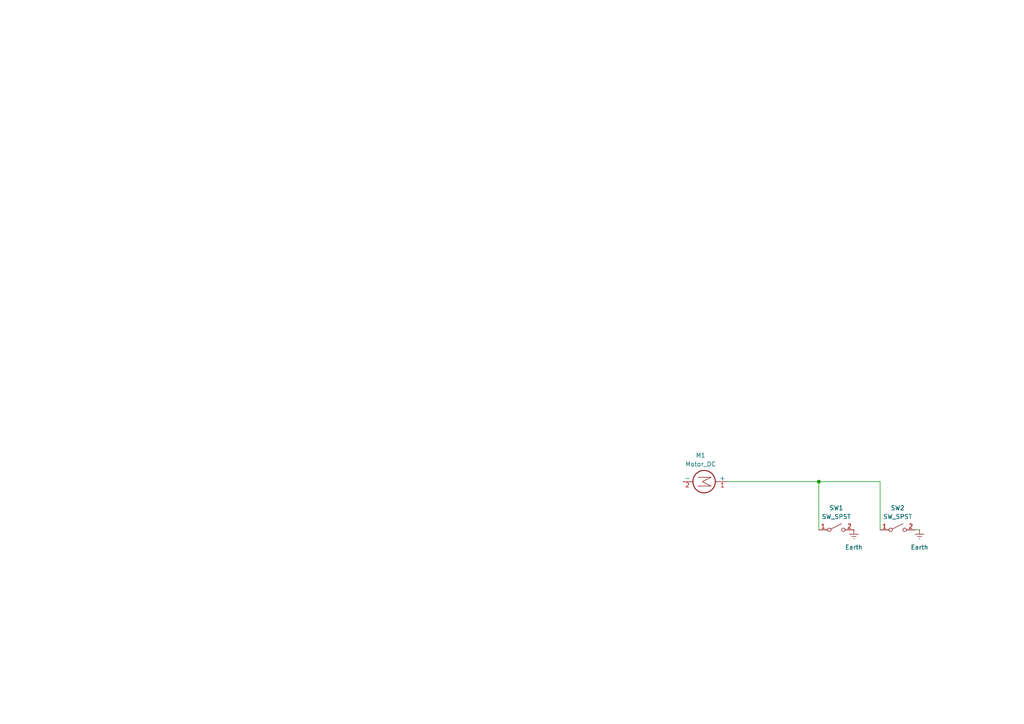
<source format=kicad_sch>
(kicad_sch (version 20231120) (generator "eeschema") (generator_version "8.0")
  (paper "A4")
  (lib_symbols
    (symbol "Motor:Motor_DC" (pin_names (offset 0))
      (property "Reference" "M" (at 2.54 2.54 0))
      (property "Value" "Motor_DC" (at 2.54 -5.08 0))
      (symbol "Motor_DC_0_0"
        (polyline (pts (xy -1.27 -3.302) (xy -1.27 0.508) (xy 0 -2.032) (xy 1.27 0.508) (xy 1.27 -3.302)))
      )
      (symbol "Motor_DC_0_1"
        (circle (center 0 -1.524) (radius 3.2512) (stroke (width 0.254)))
        (polyline (pts (xy 0 -7.62) (xy 0 -7.112)))
        (polyline (pts (xy 0 -4.7752) (xy 0 -5.1816)))
        (polyline (pts (xy 0 1.7272) (xy 0 2.0828)))
        (polyline (pts (xy 0 2.032) (xy 0 2.54)))
      )
      (symbol "Motor_DC_1_1"
        (pin passive line (at 0 5.08 270) (length 2.54) (name "+") (number "1"))
        (pin passive line (at 0 -7.62 90) (length 2.54) (name "-") (number "2"))
      )
    )
    (symbol "Switch:SW_SPST" (pin_names (offset 0) hide)
      (property "Reference" "SW" (at 0 3.175 0))
      (property "Value" "SW_SPST" (at 0 -2.54 0))
      (symbol "SW_SPST_0_0"
        (circle (center -2.032 0) (radius 0.508))
        (polyline (pts (xy -1.524 0.254) (xy 1.524 1.778)))
        (circle (center 2.032 0) (radius 0.508))
      )
      (symbol "SW_SPST_1_1"
        (pin passive line (at -5.08 0 0) (length 2.54) (name "A") (number "1"))
        (pin passive line (at 5.08 0 180) (length 2.54) (name "B") (number "2"))
      )
    )
    (symbol "power:Earth" (power) (pin_numbers hide) (pin_names (offset 0) hide)
      (property "Value" "Earth" (at 0 -3.81 0))
      (symbol "Earth_0_1"
        (polyline (pts (xy -0.635 -1.905) (xy 0.635 -1.905)))
        (polyline (pts (xy -0.127 -2.54) (xy 0.127 -2.54)))
        (polyline (pts (xy 0 -1.27) (xy 0 0)))
        (polyline (pts (xy 1.27 -1.27) (xy -1.27 -1.27)))
      )
      (symbol "Earth_1_1"
        (pin power_in line (at 0 0 270) (length 0) (name "~") (number "1"))
      )
    )
  )
  (junction (at 237.49 139.7))
  (wire (pts (xy 210.82 139.7) (xy 237.49 139.7)))
  (wire (pts (xy 237.49 139.7) (xy 237.49 153.67)))
  (wire (pts (xy 255.27 139.7) (xy 237.49 139.7)))
  (wire (pts (xy 255.27 153.67) (xy 255.27 139.7)))
  (wire (pts (xy 266.7 153.67) (xy 265.43 153.67)))
  (symbol (lib_id "Motor:Motor_DC") (at 205.74 139.7 270) (unit 1)
    (property "Reference" "M1" (at 203.2 132.08 90))
    (property "Value" "Motor_DC" (at 203.2 134.62 90))
    (property "Description" "DC Motor" (effects (hide yes)))
  )
  (symbol (lib_id "power:Earth") (at 266.7 153.67 0) (unit 1)
    (property "Reference" "#PWR02" (effects (hide yes)))
    (property "Value" "Earth" (at 266.7 158.75 0))
    (property "Description" "Power symbol creates a global label with name \"Earth\"" (effects (hide yes)))
  )
  (symbol (lib_id "Switch:SW_SPST") (at 260.35 153.67 0) (unit 1)
    (property "Reference" "SW2" (at 260.35 147.32 0))
    (property "Value" "SW_SPST" (at 260.35 149.86 0))
    (property "Description" "Single Pole Single Throw (SPST) switch" (effects (hide yes)))
  )
  (symbol (lib_id "power:Earth") (at 247.65 153.67 0) (unit 1)
    (property "Reference" "#PWR01" (effects (hide yes)))
    (property "Value" "Earth" (at 247.65 158.75 0))
    (property "Description" "Power symbol creates a global label with name \"Earth\"" (effects (hide yes)))
  )
  (symbol (lib_id "Switch:SW_SPST") (at 242.57 153.67 0) (unit 1)
    (property "Reference" "SW1" (at 242.57 147.32 0))
    (property "Value" "SW_SPST" (at 242.57 149.86 0))
    (property "Description" "Single Pole Single Throw (SPST) switch" (effects (hide yes)))
  )
)
</source>
